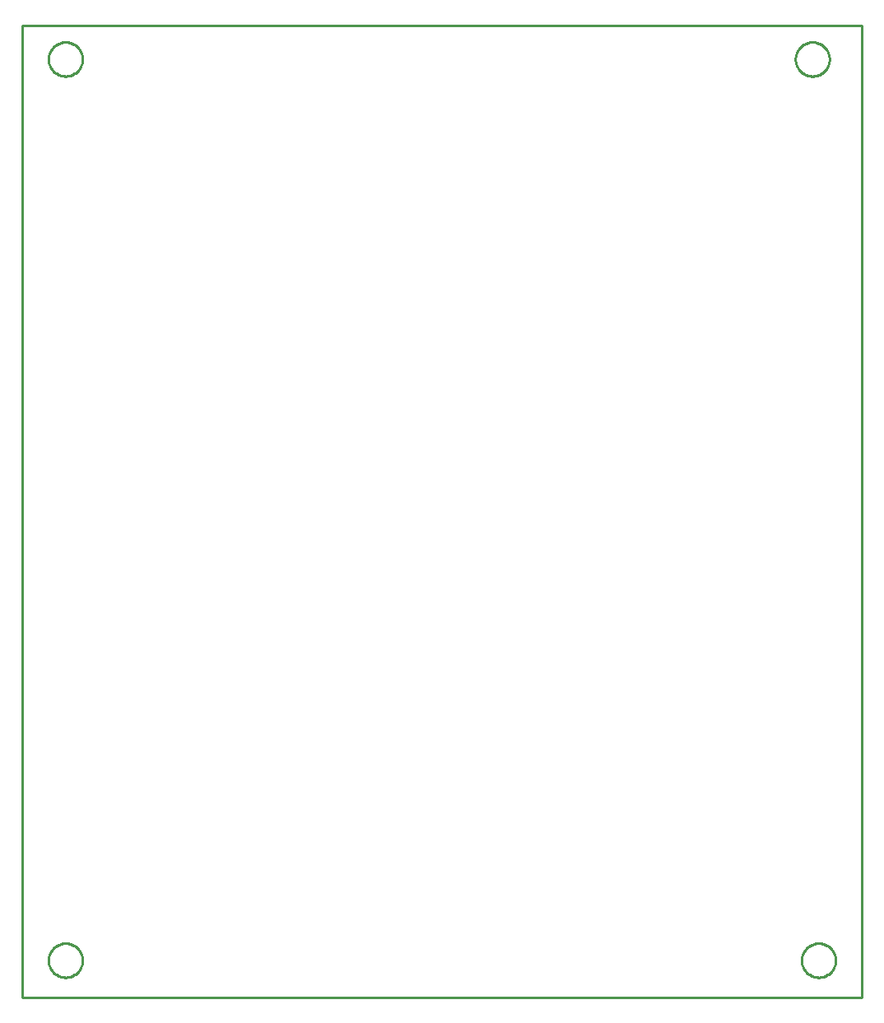
<source format=gbr>
G04 EAGLE Gerber RS-274X export*
G75*
%MOMM*%
%FSLAX34Y34*%
%LPD*%
%IN*%
%IPPOS*%
%AMOC8*
5,1,8,0,0,1.08239X$1,22.5*%
G01*
%ADD10C,0.254000*%


D10*
X0Y0D02*
X863400Y0D01*
X863400Y1000000D01*
X0Y1000000D01*
X0Y0D01*
X61950Y964627D02*
X61875Y963484D01*
X61726Y962348D01*
X61502Y961224D01*
X61205Y960117D01*
X60837Y959032D01*
X60399Y957974D01*
X59892Y956946D01*
X59319Y955954D01*
X58682Y955001D01*
X57985Y954092D01*
X57229Y953231D01*
X56419Y952421D01*
X55558Y951665D01*
X54649Y950968D01*
X53696Y950331D01*
X52704Y949758D01*
X51676Y949251D01*
X50618Y948813D01*
X49533Y948445D01*
X48426Y948148D01*
X47302Y947925D01*
X46166Y947775D01*
X45023Y947700D01*
X43877Y947700D01*
X42734Y947775D01*
X41598Y947925D01*
X40474Y948148D01*
X39367Y948445D01*
X38282Y948813D01*
X37224Y949251D01*
X36196Y949758D01*
X35204Y950331D01*
X34251Y950968D01*
X33342Y951665D01*
X32481Y952421D01*
X31671Y953231D01*
X30915Y954092D01*
X30218Y955001D01*
X29581Y955954D01*
X29008Y956946D01*
X28501Y957974D01*
X28063Y959032D01*
X27695Y960117D01*
X27398Y961224D01*
X27175Y962348D01*
X27025Y963484D01*
X26950Y964627D01*
X26950Y965773D01*
X27025Y966916D01*
X27175Y968052D01*
X27398Y969176D01*
X27695Y970283D01*
X28063Y971368D01*
X28501Y972426D01*
X29008Y973454D01*
X29581Y974446D01*
X30218Y975399D01*
X30915Y976308D01*
X31671Y977169D01*
X32481Y977979D01*
X33342Y978735D01*
X34251Y979432D01*
X35204Y980069D01*
X36196Y980642D01*
X37224Y981149D01*
X38282Y981587D01*
X39367Y981955D01*
X40474Y982252D01*
X41598Y982476D01*
X42734Y982625D01*
X43877Y982700D01*
X45023Y982700D01*
X46166Y982625D01*
X47302Y982476D01*
X48426Y982252D01*
X49533Y981955D01*
X50618Y981587D01*
X51676Y981149D01*
X52704Y980642D01*
X53696Y980069D01*
X54649Y979432D01*
X55558Y978735D01*
X56419Y977979D01*
X57229Y977169D01*
X57985Y976308D01*
X58682Y975399D01*
X59319Y974446D01*
X59892Y973454D01*
X60399Y972426D01*
X60837Y971368D01*
X61205Y970283D01*
X61502Y969176D01*
X61726Y968052D01*
X61875Y966916D01*
X61950Y965773D01*
X61950Y964627D01*
X830300Y964627D02*
X830225Y963484D01*
X830076Y962348D01*
X829852Y961224D01*
X829555Y960117D01*
X829187Y959032D01*
X828749Y957974D01*
X828242Y956946D01*
X827669Y955954D01*
X827032Y955001D01*
X826335Y954092D01*
X825579Y953231D01*
X824769Y952421D01*
X823908Y951665D01*
X822999Y950968D01*
X822046Y950331D01*
X821054Y949758D01*
X820026Y949251D01*
X818968Y948813D01*
X817883Y948445D01*
X816776Y948148D01*
X815652Y947925D01*
X814516Y947775D01*
X813373Y947700D01*
X812227Y947700D01*
X811084Y947775D01*
X809948Y947925D01*
X808824Y948148D01*
X807717Y948445D01*
X806632Y948813D01*
X805574Y949251D01*
X804546Y949758D01*
X803554Y950331D01*
X802601Y950968D01*
X801692Y951665D01*
X800831Y952421D01*
X800021Y953231D01*
X799265Y954092D01*
X798568Y955001D01*
X797931Y955954D01*
X797358Y956946D01*
X796851Y957974D01*
X796413Y959032D01*
X796045Y960117D01*
X795748Y961224D01*
X795525Y962348D01*
X795375Y963484D01*
X795300Y964627D01*
X795300Y965773D01*
X795375Y966916D01*
X795525Y968052D01*
X795748Y969176D01*
X796045Y970283D01*
X796413Y971368D01*
X796851Y972426D01*
X797358Y973454D01*
X797931Y974446D01*
X798568Y975399D01*
X799265Y976308D01*
X800021Y977169D01*
X800831Y977979D01*
X801692Y978735D01*
X802601Y979432D01*
X803554Y980069D01*
X804546Y980642D01*
X805574Y981149D01*
X806632Y981587D01*
X807717Y981955D01*
X808824Y982252D01*
X809948Y982476D01*
X811084Y982625D01*
X812227Y982700D01*
X813373Y982700D01*
X814516Y982625D01*
X815652Y982476D01*
X816776Y982252D01*
X817883Y981955D01*
X818968Y981587D01*
X820026Y981149D01*
X821054Y980642D01*
X822046Y980069D01*
X822999Y979432D01*
X823908Y978735D01*
X824769Y977979D01*
X825579Y977169D01*
X826335Y976308D01*
X827032Y975399D01*
X827669Y974446D01*
X828242Y973454D01*
X828749Y972426D01*
X829187Y971368D01*
X829555Y970283D01*
X829852Y969176D01*
X830076Y968052D01*
X830225Y966916D01*
X830300Y965773D01*
X830300Y964627D01*
X836650Y37527D02*
X836575Y36384D01*
X836426Y35248D01*
X836202Y34124D01*
X835905Y33017D01*
X835537Y31932D01*
X835099Y30874D01*
X834592Y29846D01*
X834019Y28854D01*
X833382Y27901D01*
X832685Y26992D01*
X831929Y26131D01*
X831119Y25321D01*
X830258Y24565D01*
X829349Y23868D01*
X828396Y23231D01*
X827404Y22658D01*
X826376Y22151D01*
X825318Y21713D01*
X824233Y21345D01*
X823126Y21048D01*
X822002Y20825D01*
X820866Y20675D01*
X819723Y20600D01*
X818577Y20600D01*
X817434Y20675D01*
X816298Y20825D01*
X815174Y21048D01*
X814067Y21345D01*
X812982Y21713D01*
X811924Y22151D01*
X810896Y22658D01*
X809904Y23231D01*
X808951Y23868D01*
X808042Y24565D01*
X807181Y25321D01*
X806371Y26131D01*
X805615Y26992D01*
X804918Y27901D01*
X804281Y28854D01*
X803708Y29846D01*
X803201Y30874D01*
X802763Y31932D01*
X802395Y33017D01*
X802098Y34124D01*
X801875Y35248D01*
X801725Y36384D01*
X801650Y37527D01*
X801650Y38673D01*
X801725Y39816D01*
X801875Y40952D01*
X802098Y42076D01*
X802395Y43183D01*
X802763Y44268D01*
X803201Y45326D01*
X803708Y46354D01*
X804281Y47346D01*
X804918Y48299D01*
X805615Y49208D01*
X806371Y50069D01*
X807181Y50879D01*
X808042Y51635D01*
X808951Y52332D01*
X809904Y52969D01*
X810896Y53542D01*
X811924Y54049D01*
X812982Y54487D01*
X814067Y54855D01*
X815174Y55152D01*
X816298Y55376D01*
X817434Y55525D01*
X818577Y55600D01*
X819723Y55600D01*
X820866Y55525D01*
X822002Y55376D01*
X823126Y55152D01*
X824233Y54855D01*
X825318Y54487D01*
X826376Y54049D01*
X827404Y53542D01*
X828396Y52969D01*
X829349Y52332D01*
X830258Y51635D01*
X831119Y50879D01*
X831929Y50069D01*
X832685Y49208D01*
X833382Y48299D01*
X834019Y47346D01*
X834592Y46354D01*
X835099Y45326D01*
X835537Y44268D01*
X835905Y43183D01*
X836202Y42076D01*
X836426Y40952D01*
X836575Y39816D01*
X836650Y38673D01*
X836650Y37527D01*
X61950Y37527D02*
X61875Y36384D01*
X61726Y35248D01*
X61502Y34124D01*
X61205Y33017D01*
X60837Y31932D01*
X60399Y30874D01*
X59892Y29846D01*
X59319Y28854D01*
X58682Y27901D01*
X57985Y26992D01*
X57229Y26131D01*
X56419Y25321D01*
X55558Y24565D01*
X54649Y23868D01*
X53696Y23231D01*
X52704Y22658D01*
X51676Y22151D01*
X50618Y21713D01*
X49533Y21345D01*
X48426Y21048D01*
X47302Y20825D01*
X46166Y20675D01*
X45023Y20600D01*
X43877Y20600D01*
X42734Y20675D01*
X41598Y20825D01*
X40474Y21048D01*
X39367Y21345D01*
X38282Y21713D01*
X37224Y22151D01*
X36196Y22658D01*
X35204Y23231D01*
X34251Y23868D01*
X33342Y24565D01*
X32481Y25321D01*
X31671Y26131D01*
X30915Y26992D01*
X30218Y27901D01*
X29581Y28854D01*
X29008Y29846D01*
X28501Y30874D01*
X28063Y31932D01*
X27695Y33017D01*
X27398Y34124D01*
X27175Y35248D01*
X27025Y36384D01*
X26950Y37527D01*
X26950Y38673D01*
X27025Y39816D01*
X27175Y40952D01*
X27398Y42076D01*
X27695Y43183D01*
X28063Y44268D01*
X28501Y45326D01*
X29008Y46354D01*
X29581Y47346D01*
X30218Y48299D01*
X30915Y49208D01*
X31671Y50069D01*
X32481Y50879D01*
X33342Y51635D01*
X34251Y52332D01*
X35204Y52969D01*
X36196Y53542D01*
X37224Y54049D01*
X38282Y54487D01*
X39367Y54855D01*
X40474Y55152D01*
X41598Y55376D01*
X42734Y55525D01*
X43877Y55600D01*
X45023Y55600D01*
X46166Y55525D01*
X47302Y55376D01*
X48426Y55152D01*
X49533Y54855D01*
X50618Y54487D01*
X51676Y54049D01*
X52704Y53542D01*
X53696Y52969D01*
X54649Y52332D01*
X55558Y51635D01*
X56419Y50879D01*
X57229Y50069D01*
X57985Y49208D01*
X58682Y48299D01*
X59319Y47346D01*
X59892Y46354D01*
X60399Y45326D01*
X60837Y44268D01*
X61205Y43183D01*
X61502Y42076D01*
X61726Y40952D01*
X61875Y39816D01*
X61950Y38673D01*
X61950Y37527D01*
M02*

</source>
